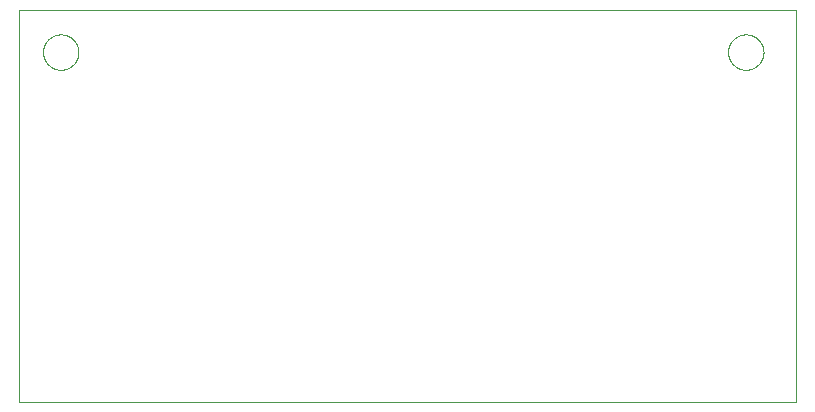
<source format=gko>
G75*
%MOIN*%
%OFA0B0*%
%FSLAX25Y25*%
%IPPOS*%
%LPD*%
%AMOC8*
5,1,8,0,0,1.08239X$1,22.5*
%
%ADD10C,0.00000*%
D10*
X0018750Y0004000D02*
X0018750Y0134866D01*
X0277510Y0134866D01*
X0277510Y0004000D01*
X0018750Y0004000D01*
X0026624Y0120693D02*
X0026626Y0120846D01*
X0026632Y0121000D01*
X0026642Y0121153D01*
X0026656Y0121305D01*
X0026674Y0121458D01*
X0026696Y0121609D01*
X0026721Y0121760D01*
X0026751Y0121911D01*
X0026785Y0122061D01*
X0026822Y0122209D01*
X0026863Y0122357D01*
X0026908Y0122503D01*
X0026957Y0122649D01*
X0027010Y0122793D01*
X0027066Y0122935D01*
X0027126Y0123076D01*
X0027190Y0123216D01*
X0027257Y0123354D01*
X0027328Y0123490D01*
X0027403Y0123624D01*
X0027480Y0123756D01*
X0027562Y0123886D01*
X0027646Y0124014D01*
X0027734Y0124140D01*
X0027825Y0124263D01*
X0027919Y0124384D01*
X0028017Y0124502D01*
X0028117Y0124618D01*
X0028221Y0124731D01*
X0028327Y0124842D01*
X0028436Y0124950D01*
X0028548Y0125055D01*
X0028662Y0125156D01*
X0028780Y0125255D01*
X0028899Y0125351D01*
X0029021Y0125444D01*
X0029146Y0125533D01*
X0029273Y0125620D01*
X0029402Y0125702D01*
X0029533Y0125782D01*
X0029666Y0125858D01*
X0029801Y0125931D01*
X0029938Y0126000D01*
X0030077Y0126065D01*
X0030217Y0126127D01*
X0030359Y0126185D01*
X0030502Y0126240D01*
X0030647Y0126291D01*
X0030793Y0126338D01*
X0030940Y0126381D01*
X0031088Y0126420D01*
X0031237Y0126456D01*
X0031387Y0126487D01*
X0031538Y0126515D01*
X0031689Y0126539D01*
X0031842Y0126559D01*
X0031994Y0126575D01*
X0032147Y0126587D01*
X0032300Y0126595D01*
X0032453Y0126599D01*
X0032607Y0126599D01*
X0032760Y0126595D01*
X0032913Y0126587D01*
X0033066Y0126575D01*
X0033218Y0126559D01*
X0033371Y0126539D01*
X0033522Y0126515D01*
X0033673Y0126487D01*
X0033823Y0126456D01*
X0033972Y0126420D01*
X0034120Y0126381D01*
X0034267Y0126338D01*
X0034413Y0126291D01*
X0034558Y0126240D01*
X0034701Y0126185D01*
X0034843Y0126127D01*
X0034983Y0126065D01*
X0035122Y0126000D01*
X0035259Y0125931D01*
X0035394Y0125858D01*
X0035527Y0125782D01*
X0035658Y0125702D01*
X0035787Y0125620D01*
X0035914Y0125533D01*
X0036039Y0125444D01*
X0036161Y0125351D01*
X0036280Y0125255D01*
X0036398Y0125156D01*
X0036512Y0125055D01*
X0036624Y0124950D01*
X0036733Y0124842D01*
X0036839Y0124731D01*
X0036943Y0124618D01*
X0037043Y0124502D01*
X0037141Y0124384D01*
X0037235Y0124263D01*
X0037326Y0124140D01*
X0037414Y0124014D01*
X0037498Y0123886D01*
X0037580Y0123756D01*
X0037657Y0123624D01*
X0037732Y0123490D01*
X0037803Y0123354D01*
X0037870Y0123216D01*
X0037934Y0123076D01*
X0037994Y0122935D01*
X0038050Y0122793D01*
X0038103Y0122649D01*
X0038152Y0122503D01*
X0038197Y0122357D01*
X0038238Y0122209D01*
X0038275Y0122061D01*
X0038309Y0121911D01*
X0038339Y0121760D01*
X0038364Y0121609D01*
X0038386Y0121458D01*
X0038404Y0121305D01*
X0038418Y0121153D01*
X0038428Y0121000D01*
X0038434Y0120846D01*
X0038436Y0120693D01*
X0038434Y0120540D01*
X0038428Y0120386D01*
X0038418Y0120233D01*
X0038404Y0120081D01*
X0038386Y0119928D01*
X0038364Y0119777D01*
X0038339Y0119626D01*
X0038309Y0119475D01*
X0038275Y0119325D01*
X0038238Y0119177D01*
X0038197Y0119029D01*
X0038152Y0118883D01*
X0038103Y0118737D01*
X0038050Y0118593D01*
X0037994Y0118451D01*
X0037934Y0118310D01*
X0037870Y0118170D01*
X0037803Y0118032D01*
X0037732Y0117896D01*
X0037657Y0117762D01*
X0037580Y0117630D01*
X0037498Y0117500D01*
X0037414Y0117372D01*
X0037326Y0117246D01*
X0037235Y0117123D01*
X0037141Y0117002D01*
X0037043Y0116884D01*
X0036943Y0116768D01*
X0036839Y0116655D01*
X0036733Y0116544D01*
X0036624Y0116436D01*
X0036512Y0116331D01*
X0036398Y0116230D01*
X0036280Y0116131D01*
X0036161Y0116035D01*
X0036039Y0115942D01*
X0035914Y0115853D01*
X0035787Y0115766D01*
X0035658Y0115684D01*
X0035527Y0115604D01*
X0035394Y0115528D01*
X0035259Y0115455D01*
X0035122Y0115386D01*
X0034983Y0115321D01*
X0034843Y0115259D01*
X0034701Y0115201D01*
X0034558Y0115146D01*
X0034413Y0115095D01*
X0034267Y0115048D01*
X0034120Y0115005D01*
X0033972Y0114966D01*
X0033823Y0114930D01*
X0033673Y0114899D01*
X0033522Y0114871D01*
X0033371Y0114847D01*
X0033218Y0114827D01*
X0033066Y0114811D01*
X0032913Y0114799D01*
X0032760Y0114791D01*
X0032607Y0114787D01*
X0032453Y0114787D01*
X0032300Y0114791D01*
X0032147Y0114799D01*
X0031994Y0114811D01*
X0031842Y0114827D01*
X0031689Y0114847D01*
X0031538Y0114871D01*
X0031387Y0114899D01*
X0031237Y0114930D01*
X0031088Y0114966D01*
X0030940Y0115005D01*
X0030793Y0115048D01*
X0030647Y0115095D01*
X0030502Y0115146D01*
X0030359Y0115201D01*
X0030217Y0115259D01*
X0030077Y0115321D01*
X0029938Y0115386D01*
X0029801Y0115455D01*
X0029666Y0115528D01*
X0029533Y0115604D01*
X0029402Y0115684D01*
X0029273Y0115766D01*
X0029146Y0115853D01*
X0029021Y0115942D01*
X0028899Y0116035D01*
X0028780Y0116131D01*
X0028662Y0116230D01*
X0028548Y0116331D01*
X0028436Y0116436D01*
X0028327Y0116544D01*
X0028221Y0116655D01*
X0028117Y0116768D01*
X0028017Y0116884D01*
X0027919Y0117002D01*
X0027825Y0117123D01*
X0027734Y0117246D01*
X0027646Y0117372D01*
X0027562Y0117500D01*
X0027480Y0117630D01*
X0027403Y0117762D01*
X0027328Y0117896D01*
X0027257Y0118032D01*
X0027190Y0118170D01*
X0027126Y0118310D01*
X0027066Y0118451D01*
X0027010Y0118593D01*
X0026957Y0118737D01*
X0026908Y0118883D01*
X0026863Y0119029D01*
X0026822Y0119177D01*
X0026785Y0119325D01*
X0026751Y0119475D01*
X0026721Y0119626D01*
X0026696Y0119777D01*
X0026674Y0119928D01*
X0026656Y0120081D01*
X0026642Y0120233D01*
X0026632Y0120386D01*
X0026626Y0120540D01*
X0026624Y0120693D01*
X0254970Y0120693D02*
X0254972Y0120846D01*
X0254978Y0121000D01*
X0254988Y0121153D01*
X0255002Y0121305D01*
X0255020Y0121458D01*
X0255042Y0121609D01*
X0255067Y0121760D01*
X0255097Y0121911D01*
X0255131Y0122061D01*
X0255168Y0122209D01*
X0255209Y0122357D01*
X0255254Y0122503D01*
X0255303Y0122649D01*
X0255356Y0122793D01*
X0255412Y0122935D01*
X0255472Y0123076D01*
X0255536Y0123216D01*
X0255603Y0123354D01*
X0255674Y0123490D01*
X0255749Y0123624D01*
X0255826Y0123756D01*
X0255908Y0123886D01*
X0255992Y0124014D01*
X0256080Y0124140D01*
X0256171Y0124263D01*
X0256265Y0124384D01*
X0256363Y0124502D01*
X0256463Y0124618D01*
X0256567Y0124731D01*
X0256673Y0124842D01*
X0256782Y0124950D01*
X0256894Y0125055D01*
X0257008Y0125156D01*
X0257126Y0125255D01*
X0257245Y0125351D01*
X0257367Y0125444D01*
X0257492Y0125533D01*
X0257619Y0125620D01*
X0257748Y0125702D01*
X0257879Y0125782D01*
X0258012Y0125858D01*
X0258147Y0125931D01*
X0258284Y0126000D01*
X0258423Y0126065D01*
X0258563Y0126127D01*
X0258705Y0126185D01*
X0258848Y0126240D01*
X0258993Y0126291D01*
X0259139Y0126338D01*
X0259286Y0126381D01*
X0259434Y0126420D01*
X0259583Y0126456D01*
X0259733Y0126487D01*
X0259884Y0126515D01*
X0260035Y0126539D01*
X0260188Y0126559D01*
X0260340Y0126575D01*
X0260493Y0126587D01*
X0260646Y0126595D01*
X0260799Y0126599D01*
X0260953Y0126599D01*
X0261106Y0126595D01*
X0261259Y0126587D01*
X0261412Y0126575D01*
X0261564Y0126559D01*
X0261717Y0126539D01*
X0261868Y0126515D01*
X0262019Y0126487D01*
X0262169Y0126456D01*
X0262318Y0126420D01*
X0262466Y0126381D01*
X0262613Y0126338D01*
X0262759Y0126291D01*
X0262904Y0126240D01*
X0263047Y0126185D01*
X0263189Y0126127D01*
X0263329Y0126065D01*
X0263468Y0126000D01*
X0263605Y0125931D01*
X0263740Y0125858D01*
X0263873Y0125782D01*
X0264004Y0125702D01*
X0264133Y0125620D01*
X0264260Y0125533D01*
X0264385Y0125444D01*
X0264507Y0125351D01*
X0264626Y0125255D01*
X0264744Y0125156D01*
X0264858Y0125055D01*
X0264970Y0124950D01*
X0265079Y0124842D01*
X0265185Y0124731D01*
X0265289Y0124618D01*
X0265389Y0124502D01*
X0265487Y0124384D01*
X0265581Y0124263D01*
X0265672Y0124140D01*
X0265760Y0124014D01*
X0265844Y0123886D01*
X0265926Y0123756D01*
X0266003Y0123624D01*
X0266078Y0123490D01*
X0266149Y0123354D01*
X0266216Y0123216D01*
X0266280Y0123076D01*
X0266340Y0122935D01*
X0266396Y0122793D01*
X0266449Y0122649D01*
X0266498Y0122503D01*
X0266543Y0122357D01*
X0266584Y0122209D01*
X0266621Y0122061D01*
X0266655Y0121911D01*
X0266685Y0121760D01*
X0266710Y0121609D01*
X0266732Y0121458D01*
X0266750Y0121305D01*
X0266764Y0121153D01*
X0266774Y0121000D01*
X0266780Y0120846D01*
X0266782Y0120693D01*
X0266780Y0120540D01*
X0266774Y0120386D01*
X0266764Y0120233D01*
X0266750Y0120081D01*
X0266732Y0119928D01*
X0266710Y0119777D01*
X0266685Y0119626D01*
X0266655Y0119475D01*
X0266621Y0119325D01*
X0266584Y0119177D01*
X0266543Y0119029D01*
X0266498Y0118883D01*
X0266449Y0118737D01*
X0266396Y0118593D01*
X0266340Y0118451D01*
X0266280Y0118310D01*
X0266216Y0118170D01*
X0266149Y0118032D01*
X0266078Y0117896D01*
X0266003Y0117762D01*
X0265926Y0117630D01*
X0265844Y0117500D01*
X0265760Y0117372D01*
X0265672Y0117246D01*
X0265581Y0117123D01*
X0265487Y0117002D01*
X0265389Y0116884D01*
X0265289Y0116768D01*
X0265185Y0116655D01*
X0265079Y0116544D01*
X0264970Y0116436D01*
X0264858Y0116331D01*
X0264744Y0116230D01*
X0264626Y0116131D01*
X0264507Y0116035D01*
X0264385Y0115942D01*
X0264260Y0115853D01*
X0264133Y0115766D01*
X0264004Y0115684D01*
X0263873Y0115604D01*
X0263740Y0115528D01*
X0263605Y0115455D01*
X0263468Y0115386D01*
X0263329Y0115321D01*
X0263189Y0115259D01*
X0263047Y0115201D01*
X0262904Y0115146D01*
X0262759Y0115095D01*
X0262613Y0115048D01*
X0262466Y0115005D01*
X0262318Y0114966D01*
X0262169Y0114930D01*
X0262019Y0114899D01*
X0261868Y0114871D01*
X0261717Y0114847D01*
X0261564Y0114827D01*
X0261412Y0114811D01*
X0261259Y0114799D01*
X0261106Y0114791D01*
X0260953Y0114787D01*
X0260799Y0114787D01*
X0260646Y0114791D01*
X0260493Y0114799D01*
X0260340Y0114811D01*
X0260188Y0114827D01*
X0260035Y0114847D01*
X0259884Y0114871D01*
X0259733Y0114899D01*
X0259583Y0114930D01*
X0259434Y0114966D01*
X0259286Y0115005D01*
X0259139Y0115048D01*
X0258993Y0115095D01*
X0258848Y0115146D01*
X0258705Y0115201D01*
X0258563Y0115259D01*
X0258423Y0115321D01*
X0258284Y0115386D01*
X0258147Y0115455D01*
X0258012Y0115528D01*
X0257879Y0115604D01*
X0257748Y0115684D01*
X0257619Y0115766D01*
X0257492Y0115853D01*
X0257367Y0115942D01*
X0257245Y0116035D01*
X0257126Y0116131D01*
X0257008Y0116230D01*
X0256894Y0116331D01*
X0256782Y0116436D01*
X0256673Y0116544D01*
X0256567Y0116655D01*
X0256463Y0116768D01*
X0256363Y0116884D01*
X0256265Y0117002D01*
X0256171Y0117123D01*
X0256080Y0117246D01*
X0255992Y0117372D01*
X0255908Y0117500D01*
X0255826Y0117630D01*
X0255749Y0117762D01*
X0255674Y0117896D01*
X0255603Y0118032D01*
X0255536Y0118170D01*
X0255472Y0118310D01*
X0255412Y0118451D01*
X0255356Y0118593D01*
X0255303Y0118737D01*
X0255254Y0118883D01*
X0255209Y0119029D01*
X0255168Y0119177D01*
X0255131Y0119325D01*
X0255097Y0119475D01*
X0255067Y0119626D01*
X0255042Y0119777D01*
X0255020Y0119928D01*
X0255002Y0120081D01*
X0254988Y0120233D01*
X0254978Y0120386D01*
X0254972Y0120540D01*
X0254970Y0120693D01*
M02*

</source>
